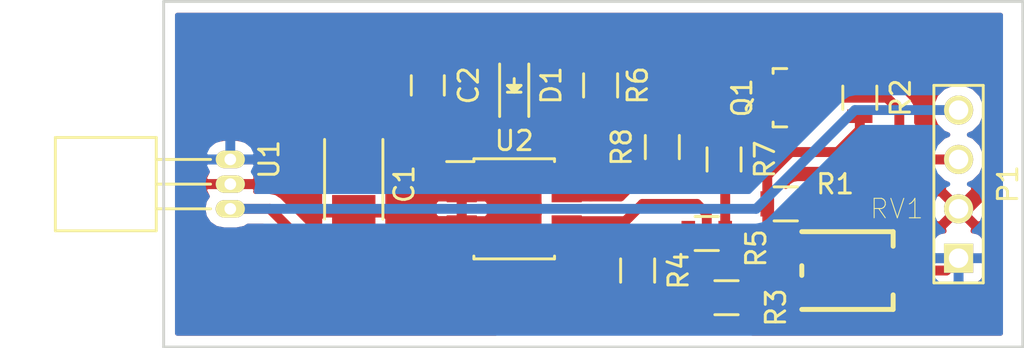
<source format=kicad_pcb>
(kicad_pcb (version 4) (host pcbnew 4.0.1-stable)

  (general
    (links 31)
    (no_connects 0)
    (area 109.16 93.396999 162.265 112.05)
    (thickness 1.6)
    (drawings 5)
    (tracks 125)
    (zones 0)
    (modules 16)
    (nets 13)
  )

  (page A4)
  (layers
    (0 F.Cu signal)
    (31 B.Cu signal)
    (32 B.Adhes user)
    (33 F.Adhes user)
    (34 B.Paste user)
    (35 F.Paste user)
    (36 B.SilkS user)
    (37 F.SilkS user)
    (38 B.Mask user)
    (39 F.Mask user)
    (40 Dwgs.User user)
    (41 Cmts.User user)
    (42 Eco1.User user)
    (43 Eco2.User user)
    (44 Edge.Cuts user)
    (45 Margin user)
    (46 B.CrtYd user)
    (47 F.CrtYd user)
    (48 B.Fab user)
    (49 F.Fab user)
  )

  (setup
    (last_trace_width 0.25)
    (user_trace_width 0.381)
    (user_trace_width 0.508)
    (trace_clearance 0.2)
    (zone_clearance 0.508)
    (zone_45_only no)
    (trace_min 0.2)
    (segment_width 0.2)
    (edge_width 0.15)
    (via_size 0.6)
    (via_drill 0.4)
    (via_min_size 0.4)
    (via_min_drill 0.3)
    (user_via 1.016 0.762)
    (uvia_size 0.3)
    (uvia_drill 0.1)
    (uvias_allowed no)
    (uvia_min_size 0.2)
    (uvia_min_drill 0.1)
    (pcb_text_width 0.3)
    (pcb_text_size 1.5 1.5)
    (mod_edge_width 0.15)
    (mod_text_size 0.000001 0.000001)
    (mod_text_width 0.15)
    (pad_size 1.4 1.4)
    (pad_drill 0.6)
    (pad_to_mask_clearance 0.2)
    (aux_axis_origin 0 0)
    (visible_elements FFFFFF7F)
    (pcbplotparams
      (layerselection 0x010ff_80000001)
      (usegerberextensions true)
      (excludeedgelayer true)
      (linewidth 0.100000)
      (plotframeref false)
      (viasonmask false)
      (mode 1)
      (useauxorigin false)
      (hpglpennumber 1)
      (hpglpenspeed 20)
      (hpglpendiameter 15)
      (hpglpenoverlay 2)
      (psnegative false)
      (psa4output false)
      (plotreference true)
      (plotvalue true)
      (plotinvisibletext false)
      (padsonsilk false)
      (subtractmaskfromsilk false)
      (outputformat 1)
      (mirror false)
      (drillshape 0)
      (scaleselection 1)
      (outputdirectory gerbers/))
  )

  (net 0 "")
  (net 1 /GND)
  (net 2 /+5V)
  (net 3 "Net-(D1-Pad2)")
  (net 4 /STOP)
  (net 5 /SIG)
  (net 6 "Net-(Q1-Pad1)")
  (net 7 "Net-(R1-Pad1)")
  (net 8 "Net-(R1-Pad2)")
  (net 9 "Net-(R3-Pad2)")
  (net 10 "Net-(R5-Pad1)")
  (net 11 "Net-(RV1-Pad1)")
  (net 12 "Net-(U2-Pad1)")

  (net_class Default "This is the default net class."
    (clearance 0.2)
    (trace_width 0.25)
    (via_dia 0.6)
    (via_drill 0.4)
    (uvia_dia 0.3)
    (uvia_drill 0.1)
    (add_net /+5V)
    (add_net /GND)
    (add_net /SIG)
    (add_net /STOP)
    (add_net "Net-(D1-Pad2)")
    (add_net "Net-(Q1-Pad1)")
    (add_net "Net-(R1-Pad1)")
    (add_net "Net-(R1-Pad2)")
    (add_net "Net-(R3-Pad2)")
    (add_net "Net-(R5-Pad1)")
    (add_net "Net-(RV1-Pad1)")
    (add_net "Net-(U2-Pad1)")
  )

  (module Capacitors_Tantalum_SMD:TantalC_SizeB_EIA-3528_Reflow (layer F.Cu) (tedit 56F6DE26) (tstamp 56F6DE26)
    (at 127.635 102.87 270)
    (descr "Tantal Cap. , Size B, EIA-3528, Reflow")
    (tags "Tantal Capacitor Size-B EIA-3528 Reflow")
    (path /56F4B292)
    (attr smd)
    (fp_text reference C1 (at 0 -2.6 270) (layer F.SilkS)
      (effects (font (size 1 1) (thickness 0.15)))
    )
    (fp_text value 10u/16v (at 0 2.7 270) (layer F.Fab) hide
      (effects (font (size 1 1) (thickness 0.15)))
    )
    (fp_line (start 2.7 -1.8) (end -2.7 -1.8) (layer F.CrtYd) (width 0.05))
    (fp_line (start -2.7 -1.8) (end -2.7 1.8) (layer F.CrtYd) (width 0.05))
    (fp_line (start -2.7 1.8) (end 2.7 1.8) (layer F.CrtYd) (width 0.05))
    (fp_line (start 2.7 1.8) (end 2.7 -1.8) (layer F.CrtYd) (width 0.05))
    (fp_line (start 1.8 1.5) (end -2.3 1.5) (layer F.SilkS) (width 0.15))
    (fp_line (start 1.8 -1.5) (end -2.3 -1.5) (layer F.SilkS) (width 0.15))
    (pad 2 smd rect (at 1.46 0 270) (size 1.8 2.23) (layers F.Cu F.Paste F.Mask)
      (net 1 /GND))
    (pad 1 smd rect (at -1.46 0 270) (size 1.8 2.23) (layers F.Cu F.Paste F.Mask)
      (net 2 /+5V))
    (model Capacitors_Tantalum_SMD.3dshapes/TantalC_SizeB_EIA-3528_Reflow.wrl
      (at (xyz 0 0 0))
      (scale (xyz 1 1 1))
      (rotate (xyz 0 0 180))
    )
  )

  (module Capacitors_SMD:C_0805 (layer F.Cu) (tedit 56F6DE23) (tstamp 56F6DE32)
    (at 131.445 97.79 270)
    (descr "Capacitor SMD 0805, reflow soldering, AVX (see smccp.pdf)")
    (tags "capacitor 0805")
    (path /56F4B1EB)
    (attr smd)
    (fp_text reference C2 (at 0 -2.1 270) (layer F.SilkS)
      (effects (font (size 1 1) (thickness 0.15)))
    )
    (fp_text value 100nf (at 0 2.1 270) (layer F.Fab) hide
      (effects (font (size 1 1) (thickness 0.15)))
    )
    (fp_line (start -1.8 -1) (end 1.8 -1) (layer F.CrtYd) (width 0.05))
    (fp_line (start -1.8 1) (end 1.8 1) (layer F.CrtYd) (width 0.05))
    (fp_line (start -1.8 -1) (end -1.8 1) (layer F.CrtYd) (width 0.05))
    (fp_line (start 1.8 -1) (end 1.8 1) (layer F.CrtYd) (width 0.05))
    (fp_line (start 0.5 -0.85) (end -0.5 -0.85) (layer F.SilkS) (width 0.15))
    (fp_line (start -0.5 0.85) (end 0.5 0.85) (layer F.SilkS) (width 0.15))
    (pad 1 smd rect (at -1 0 270) (size 1 1.25) (layers F.Cu F.Paste F.Mask)
      (net 2 /+5V))
    (pad 2 smd rect (at 1 0 270) (size 1 1.25) (layers F.Cu F.Paste F.Mask)
      (net 1 /GND))
    (model Capacitors_SMD.3dshapes/C_0805.wrl
      (at (xyz 0 0 0))
      (scale (xyz 1 1 1))
      (rotate (xyz 0 0 0))
    )
  )

  (module LEDs:LED_0805 (layer F.Cu) (tedit 56F6DEA6) (tstamp 56F6DE45)
    (at 135.89 97.79 90)
    (descr "LED 0805 smd package")
    (tags "LED 0805 SMD")
    (path /56F4B36A)
    (attr smd)
    (fp_text reference D1 (at 0 1.905 90) (layer F.SilkS)
      (effects (font (size 1 1) (thickness 0.15)))
    )
    (fp_text value LED (at 0 1.75 90) (layer F.Fab) hide
      (effects (font (size 1 1) (thickness 0.15)))
    )
    (fp_line (start -1.6 0.75) (end 1.1 0.75) (layer F.SilkS) (width 0.15))
    (fp_line (start -1.6 -0.75) (end 1.1 -0.75) (layer F.SilkS) (width 0.15))
    (fp_line (start -0.1 0.15) (end -0.1 -0.1) (layer F.SilkS) (width 0.15))
    (fp_line (start -0.1 -0.1) (end -0.25 0.05) (layer F.SilkS) (width 0.15))
    (fp_line (start -0.35 -0.35) (end -0.35 0.35) (layer F.SilkS) (width 0.15))
    (fp_line (start 0 0) (end 0.35 0) (layer F.SilkS) (width 0.15))
    (fp_line (start -0.35 0) (end 0 -0.35) (layer F.SilkS) (width 0.15))
    (fp_line (start 0 -0.35) (end 0 0.35) (layer F.SilkS) (width 0.15))
    (fp_line (start 0 0.35) (end -0.35 0) (layer F.SilkS) (width 0.15))
    (fp_line (start 1.9 -0.95) (end 1.9 0.95) (layer F.CrtYd) (width 0.05))
    (fp_line (start 1.9 0.95) (end -1.9 0.95) (layer F.CrtYd) (width 0.05))
    (fp_line (start -1.9 0.95) (end -1.9 -0.95) (layer F.CrtYd) (width 0.05))
    (fp_line (start -1.9 -0.95) (end 1.9 -0.95) (layer F.CrtYd) (width 0.05))
    (pad 2 smd rect (at 1.04902 0 270) (size 1.19888 1.19888) (layers F.Cu F.Paste F.Mask)
      (net 3 "Net-(D1-Pad2)"))
    (pad 1 smd rect (at -1.04902 0 270) (size 1.19888 1.19888) (layers F.Cu F.Paste F.Mask)
      (net 1 /GND))
    (model LEDs.3dshapes/LED_0805.wrl
      (at (xyz 0 0 0))
      (scale (xyz 1 1 1))
      (rotate (xyz 0 0 0))
    )
  )

  (module RMC_pcb_header:pin_header_2.54mm_1x4 (layer F.Cu) (tedit 56F6DE40) (tstamp 56F6DE51)
    (at 158.75 102.87 90)
    (path /56F4B2F8)
    (fp_text reference P1 (at 0 2.54 90) (layer F.SilkS)
      (effects (font (size 1 1) (thickness 0.15)))
    )
    (fp_text value CONN_01X04 (at 0 -2.54 90) (layer F.SilkS) hide
      (effects (font (size 1 1) (thickness 0.15)))
    )
    (fp_line (start 5.08 -1.27) (end -5.08 -1.27) (layer F.SilkS) (width 0.15))
    (fp_line (start -5.08 -1.27) (end -5.08 1.27) (layer F.SilkS) (width 0.15))
    (fp_line (start -5.08 1.27) (end 5.08 1.27) (layer F.SilkS) (width 0.15))
    (fp_line (start 5.08 1.27) (end 5.08 -1.27) (layer F.SilkS) (width 0.15))
    (pad 1 thru_hole rect (at -3.81 0 90) (size 1.5 1.5) (drill 1) (layers *.Cu *.Mask F.SilkS)
      (net 2 /+5V))
    (pad 2 thru_hole circle (at -1.27 0 90) (size 1.5 1.5) (drill 1) (layers *.Cu *.Mask F.SilkS)
      (net 1 /GND))
    (pad 3 thru_hole circle (at 1.27 0 90) (size 1.5 1.5) (drill 1) (layers *.Cu *.Mask F.SilkS)
      (net 4 /STOP))
    (pad 4 thru_hole circle (at 3.81 0 90) (size 1.5 1.5) (drill 1) (layers *.Cu *.Mask F.SilkS)
      (net 5 /SIG))
    (model ../KiCAD_Libraries/packages3d/rmc/connectors/pin_header_2.54mm_1x4.wrl
      (at (xyz 0 0 0))
      (scale (xyz 1 1 1))
      (rotate (xyz 0 0 0))
    )
  )

  (module TO_SOT_Packages_SMD:SOT-23 (layer F.Cu) (tedit 56F6DE51) (tstamp 56F6DE61)
    (at 149.86 98.425 90)
    (descr "SOT-23, Standard")
    (tags SOT-23)
    (path /56F4B3E4)
    (attr smd)
    (fp_text reference Q1 (at 0 -2.25 90) (layer F.SilkS)
      (effects (font (size 1 1) (thickness 0.15)))
    )
    (fp_text value BC848 (at 0 2.3 90) (layer F.Fab) hide
      (effects (font (size 1 1) (thickness 0.15)))
    )
    (fp_line (start -1.65 -1.6) (end 1.65 -1.6) (layer F.CrtYd) (width 0.05))
    (fp_line (start 1.65 -1.6) (end 1.65 1.6) (layer F.CrtYd) (width 0.05))
    (fp_line (start 1.65 1.6) (end -1.65 1.6) (layer F.CrtYd) (width 0.05))
    (fp_line (start -1.65 1.6) (end -1.65 -1.6) (layer F.CrtYd) (width 0.05))
    (fp_line (start 1.29916 -0.65024) (end 1.2509 -0.65024) (layer F.SilkS) (width 0.15))
    (fp_line (start -1.49982 0.0508) (end -1.49982 -0.65024) (layer F.SilkS) (width 0.15))
    (fp_line (start -1.49982 -0.65024) (end -1.2509 -0.65024) (layer F.SilkS) (width 0.15))
    (fp_line (start 1.29916 -0.65024) (end 1.49982 -0.65024) (layer F.SilkS) (width 0.15))
    (fp_line (start 1.49982 -0.65024) (end 1.49982 0.0508) (layer F.SilkS) (width 0.15))
    (pad 1 smd rect (at -0.95 1.00076 90) (size 0.8001 0.8001) (layers F.Cu F.Paste F.Mask)
      (net 6 "Net-(Q1-Pad1)"))
    (pad 2 smd rect (at 0.95 1.00076 90) (size 0.8001 0.8001) (layers F.Cu F.Paste F.Mask)
      (net 1 /GND))
    (pad 3 smd rect (at 0 -0.99822 90) (size 0.8001 0.8001) (layers F.Cu F.Paste F.Mask)
      (net 4 /STOP))
    (model TO_SOT_Packages_SMD.3dshapes/SOT-23.wrl
      (at (xyz 0 0 0))
      (scale (xyz 1 1 1))
      (rotate (xyz 0 0 0))
    )
  )

  (module Resistors_SMD:R_0805 (layer F.Cu) (tedit 56F6E49E) (tstamp 56F6DE6D)
    (at 149.86 103.886)
    (descr "Resistor SMD 0805, reflow soldering, Vishay (see dcrcw.pdf)")
    (tags "resistor 0805")
    (path /56F4AF7B)
    (attr smd)
    (fp_text reference R1 (at 2.54 -1.016) (layer F.SilkS)
      (effects (font (size 1 1) (thickness 0.15)))
    )
    (fp_text value 10k (at 0 2.1) (layer F.Fab) hide
      (effects (font (size 1 1) (thickness 0.15)))
    )
    (fp_line (start -1.6 -1) (end 1.6 -1) (layer F.CrtYd) (width 0.05))
    (fp_line (start -1.6 1) (end 1.6 1) (layer F.CrtYd) (width 0.05))
    (fp_line (start -1.6 -1) (end -1.6 1) (layer F.CrtYd) (width 0.05))
    (fp_line (start 1.6 -1) (end 1.6 1) (layer F.CrtYd) (width 0.05))
    (fp_line (start 0.6 0.875) (end -0.6 0.875) (layer F.SilkS) (width 0.15))
    (fp_line (start -0.6 -0.875) (end 0.6 -0.875) (layer F.SilkS) (width 0.15))
    (pad 1 smd rect (at -0.95 0) (size 0.7 1.3) (layers F.Cu F.Paste F.Mask)
      (net 7 "Net-(R1-Pad1)"))
    (pad 2 smd rect (at 0.95 0) (size 0.7 1.3) (layers F.Cu F.Paste F.Mask)
      (net 8 "Net-(R1-Pad2)"))
    (model Resistors_SMD.3dshapes/R_0805.wrl
      (at (xyz 0 0 0))
      (scale (xyz 1 1 1))
      (rotate (xyz 0 0 0))
    )
  )

  (module Resistors_SMD:R_0805 (layer F.Cu) (tedit 56F6DE4B) (tstamp 56F6DE79)
    (at 153.67 98.425 270)
    (descr "Resistor SMD 0805, reflow soldering, Vishay (see dcrcw.pdf)")
    (tags "resistor 0805")
    (path /56F4B016)
    (attr smd)
    (fp_text reference R2 (at 0 -2.1 270) (layer F.SilkS)
      (effects (font (size 1 1) (thickness 0.15)))
    )
    (fp_text value 22k (at 0 2.1 270) (layer F.Fab) hide
      (effects (font (size 1 1) (thickness 0.15)))
    )
    (fp_line (start -1.6 -1) (end 1.6 -1) (layer F.CrtYd) (width 0.05))
    (fp_line (start -1.6 1) (end 1.6 1) (layer F.CrtYd) (width 0.05))
    (fp_line (start -1.6 -1) (end -1.6 1) (layer F.CrtYd) (width 0.05))
    (fp_line (start 1.6 -1) (end 1.6 1) (layer F.CrtYd) (width 0.05))
    (fp_line (start 0.6 0.875) (end -0.6 0.875) (layer F.SilkS) (width 0.15))
    (fp_line (start -0.6 -0.875) (end 0.6 -0.875) (layer F.SilkS) (width 0.15))
    (pad 1 smd rect (at -0.95 0 270) (size 0.7 1.3) (layers F.Cu F.Paste F.Mask)
      (net 1 /GND))
    (pad 2 smd rect (at 0.95 0 270) (size 0.7 1.3) (layers F.Cu F.Paste F.Mask)
      (net 7 "Net-(R1-Pad1)"))
    (model Resistors_SMD.3dshapes/R_0805.wrl
      (at (xyz 0 0 0))
      (scale (xyz 1 1 1))
      (rotate (xyz 0 0 0))
    )
  )

  (module Resistors_SMD:R_0805 (layer F.Cu) (tedit 56F6E2C1) (tstamp 56F6DE85)
    (at 146.812 108.712 180)
    (descr "Resistor SMD 0805, reflow soldering, Vishay (see dcrcw.pdf)")
    (tags "resistor 0805")
    (path /56F4AF9F)
    (attr smd)
    (fp_text reference R3 (at -2.54 -0.508 270) (layer F.SilkS)
      (effects (font (size 1 1) (thickness 0.15)))
    )
    (fp_text value 560R (at 0 2.1 180) (layer F.Fab) hide
      (effects (font (size 1 1) (thickness 0.15)))
    )
    (fp_line (start -1.6 -1) (end 1.6 -1) (layer F.CrtYd) (width 0.05))
    (fp_line (start -1.6 1) (end 1.6 1) (layer F.CrtYd) (width 0.05))
    (fp_line (start -1.6 -1) (end -1.6 1) (layer F.CrtYd) (width 0.05))
    (fp_line (start 1.6 -1) (end 1.6 1) (layer F.CrtYd) (width 0.05))
    (fp_line (start 0.6 0.875) (end -0.6 0.875) (layer F.SilkS) (width 0.15))
    (fp_line (start -0.6 -0.875) (end 0.6 -0.875) (layer F.SilkS) (width 0.15))
    (pad 1 smd rect (at -0.95 0 180) (size 0.7 1.3) (layers F.Cu F.Paste F.Mask)
      (net 5 /SIG))
    (pad 2 smd rect (at 0.95 0 180) (size 0.7 1.3) (layers F.Cu F.Paste F.Mask)
      (net 9 "Net-(R3-Pad2)"))
    (model Resistors_SMD.3dshapes/R_0805.wrl
      (at (xyz 0 0 0))
      (scale (xyz 1 1 1))
      (rotate (xyz 0 0 0))
    )
  )

  (module Resistors_SMD:R_0805 (layer F.Cu) (tedit 56F6DE34) (tstamp 56F6DE91)
    (at 142.24 107.315 270)
    (descr "Resistor SMD 0805, reflow soldering, Vishay (see dcrcw.pdf)")
    (tags "resistor 0805")
    (path /56F4B051)
    (attr smd)
    (fp_text reference R4 (at 0 -2.1 270) (layer F.SilkS)
      (effects (font (size 1 1) (thickness 0.15)))
    )
    (fp_text value 10k (at 0 2.1 270) (layer F.Fab) hide
      (effects (font (size 1 1) (thickness 0.15)))
    )
    (fp_line (start -1.6 -1) (end 1.6 -1) (layer F.CrtYd) (width 0.05))
    (fp_line (start -1.6 1) (end 1.6 1) (layer F.CrtYd) (width 0.05))
    (fp_line (start -1.6 -1) (end -1.6 1) (layer F.CrtYd) (width 0.05))
    (fp_line (start 1.6 -1) (end 1.6 1) (layer F.CrtYd) (width 0.05))
    (fp_line (start 0.6 0.875) (end -0.6 0.875) (layer F.SilkS) (width 0.15))
    (fp_line (start -0.6 -0.875) (end 0.6 -0.875) (layer F.SilkS) (width 0.15))
    (pad 1 smd rect (at -0.95 0 270) (size 0.7 1.3) (layers F.Cu F.Paste F.Mask)
      (net 9 "Net-(R3-Pad2)"))
    (pad 2 smd rect (at 0.95 0 270) (size 0.7 1.3) (layers F.Cu F.Paste F.Mask)
      (net 1 /GND))
    (model Resistors_SMD.3dshapes/R_0805.wrl
      (at (xyz 0 0 0))
      (scale (xyz 1 1 1))
      (rotate (xyz 0 0 0))
    )
  )

  (module Resistors_SMD:R_0805 (layer F.Cu) (tedit 56F6E4BD) (tstamp 56F6DE9D)
    (at 145.796 105.41 180)
    (descr "Resistor SMD 0805, reflow soldering, Vishay (see dcrcw.pdf)")
    (tags "resistor 0805")
    (path /56F4B081)
    (attr smd)
    (fp_text reference R5 (at -2.54 -0.762 270) (layer F.SilkS)
      (effects (font (size 1 1) (thickness 0.15)))
    )
    (fp_text value 1m (at 0 2.1 180) (layer F.Fab) hide
      (effects (font (size 1 1) (thickness 0.15)))
    )
    (fp_line (start -1.6 -1) (end 1.6 -1) (layer F.CrtYd) (width 0.05))
    (fp_line (start -1.6 1) (end 1.6 1) (layer F.CrtYd) (width 0.05))
    (fp_line (start -1.6 -1) (end -1.6 1) (layer F.CrtYd) (width 0.05))
    (fp_line (start 1.6 -1) (end 1.6 1) (layer F.CrtYd) (width 0.05))
    (fp_line (start 0.6 0.875) (end -0.6 0.875) (layer F.SilkS) (width 0.15))
    (fp_line (start -0.6 -0.875) (end 0.6 -0.875) (layer F.SilkS) (width 0.15))
    (pad 1 smd rect (at -0.95 0 180) (size 0.7 1.3) (layers F.Cu F.Paste F.Mask)
      (net 10 "Net-(R5-Pad1)"))
    (pad 2 smd rect (at 0.95 0 180) (size 0.7 1.3) (layers F.Cu F.Paste F.Mask)
      (net 9 "Net-(R3-Pad2)"))
    (model Resistors_SMD.3dshapes/R_0805.wrl
      (at (xyz 0 0 0))
      (scale (xyz 1 1 1))
      (rotate (xyz 0 0 0))
    )
  )

  (module Resistors_SMD:R_0805 (layer F.Cu) (tedit 56F6DEB5) (tstamp 56F6DEA9)
    (at 140.335 97.79 90)
    (descr "Resistor SMD 0805, reflow soldering, Vishay (see dcrcw.pdf)")
    (tags "resistor 0805")
    (path /56F4B0CF)
    (attr smd)
    (fp_text reference R6 (at 0 1.905 90) (layer F.SilkS)
      (effects (font (size 1 1) (thickness 0.15)))
    )
    (fp_text value 560R (at 0 2.1 90) (layer F.Fab) hide
      (effects (font (size 1 1) (thickness 0.15)))
    )
    (fp_line (start -1.6 -1) (end 1.6 -1) (layer F.CrtYd) (width 0.05))
    (fp_line (start -1.6 1) (end 1.6 1) (layer F.CrtYd) (width 0.05))
    (fp_line (start -1.6 -1) (end -1.6 1) (layer F.CrtYd) (width 0.05))
    (fp_line (start 1.6 -1) (end 1.6 1) (layer F.CrtYd) (width 0.05))
    (fp_line (start 0.6 0.875) (end -0.6 0.875) (layer F.SilkS) (width 0.15))
    (fp_line (start -0.6 -0.875) (end 0.6 -0.875) (layer F.SilkS) (width 0.15))
    (pad 1 smd rect (at -0.95 0 90) (size 0.7 1.3) (layers F.Cu F.Paste F.Mask)
      (net 10 "Net-(R5-Pad1)"))
    (pad 2 smd rect (at 0.95 0 90) (size 0.7 1.3) (layers F.Cu F.Paste F.Mask)
      (net 3 "Net-(D1-Pad2)"))
    (model Resistors_SMD.3dshapes/R_0805.wrl
      (at (xyz 0 0 0))
      (scale (xyz 1 1 1))
      (rotate (xyz 0 0 0))
    )
  )

  (module Resistors_SMD:R_0805 (layer F.Cu) (tedit 56F6DE58) (tstamp 56F6DEB5)
    (at 146.685 101.6 270)
    (descr "Resistor SMD 0805, reflow soldering, Vishay (see dcrcw.pdf)")
    (tags "resistor 0805")
    (path /56F4B132)
    (attr smd)
    (fp_text reference R7 (at 0 -2.1 270) (layer F.SilkS)
      (effects (font (size 1 1) (thickness 0.15)))
    )
    (fp_text value 1k (at 0 2.1 270) (layer F.Fab) hide
      (effects (font (size 1 1) (thickness 0.15)))
    )
    (fp_line (start -1.6 -1) (end 1.6 -1) (layer F.CrtYd) (width 0.05))
    (fp_line (start -1.6 1) (end 1.6 1) (layer F.CrtYd) (width 0.05))
    (fp_line (start -1.6 -1) (end -1.6 1) (layer F.CrtYd) (width 0.05))
    (fp_line (start 1.6 -1) (end 1.6 1) (layer F.CrtYd) (width 0.05))
    (fp_line (start 0.6 0.875) (end -0.6 0.875) (layer F.SilkS) (width 0.15))
    (fp_line (start -0.6 -0.875) (end 0.6 -0.875) (layer F.SilkS) (width 0.15))
    (pad 1 smd rect (at -0.95 0 270) (size 0.7 1.3) (layers F.Cu F.Paste F.Mask)
      (net 6 "Net-(Q1-Pad1)"))
    (pad 2 smd rect (at 0.95 0 270) (size 0.7 1.3) (layers F.Cu F.Paste F.Mask)
      (net 10 "Net-(R5-Pad1)"))
    (model Resistors_SMD.3dshapes/R_0805.wrl
      (at (xyz 0 0 0))
      (scale (xyz 1 1 1))
      (rotate (xyz 0 0 0))
    )
  )

  (module Resistors_SMD:R_0805 (layer F.Cu) (tedit 56F6DE55) (tstamp 56F6DEC1)
    (at 143.51 100.965 90)
    (descr "Resistor SMD 0805, reflow soldering, Vishay (see dcrcw.pdf)")
    (tags "resistor 0805")
    (path /56F4B199)
    (attr smd)
    (fp_text reference R8 (at 0 -2.1 90) (layer F.SilkS)
      (effects (font (size 1 1) (thickness 0.15)))
    )
    (fp_text value 10k (at 0 2.1 90) (layer F.Fab) hide
      (effects (font (size 1 1) (thickness 0.15)))
    )
    (fp_line (start -1.6 -1) (end 1.6 -1) (layer F.CrtYd) (width 0.05))
    (fp_line (start -1.6 1) (end 1.6 1) (layer F.CrtYd) (width 0.05))
    (fp_line (start -1.6 -1) (end -1.6 1) (layer F.CrtYd) (width 0.05))
    (fp_line (start 1.6 -1) (end 1.6 1) (layer F.CrtYd) (width 0.05))
    (fp_line (start 0.6 0.875) (end -0.6 0.875) (layer F.SilkS) (width 0.15))
    (fp_line (start -0.6 -0.875) (end 0.6 -0.875) (layer F.SilkS) (width 0.15))
    (pad 1 smd rect (at -0.95 0 90) (size 0.7 1.3) (layers F.Cu F.Paste F.Mask)
      (net 2 /+5V))
    (pad 2 smd rect (at 0.95 0 90) (size 0.7 1.3) (layers F.Cu F.Paste F.Mask)
      (net 4 /STOP))
    (model Resistors_SMD.3dshapes/R_0805.wrl
      (at (xyz 0 0 0))
      (scale (xyz 1 1 1))
      (rotate (xyz 0 0 0))
    )
  )

  (module TC33X-2-103E:35WR (layer F.Cu) (tedit 56F6DF63) (tstamp 56F6DED1)
    (at 153.035 107.315 270)
    (path /56F4AF2F)
    (solder_mask_margin 0.1)
    (attr smd)
    (fp_text reference RV1 (at -3.175 -2.54 360) (layer F.SilkS)
      (effects (font (size 1 1) (thickness 0.05)))
    )
    (fp_text value 10K (at 3.81 -0.635 360) (layer F.SilkS) hide
      (effects (font (size 1 1) (thickness 0.05)))
    )
    (fp_line (start 2 -2.35) (end -2 -2.35) (layer Dwgs.User) (width 0.254))
    (fp_line (start -2 -2.35) (end -2 2.35) (layer Dwgs.User) (width 0.254))
    (fp_line (start -2 2.35) (end 2 2.35) (layer Dwgs.User) (width 0.254))
    (fp_line (start 2 2.35) (end 2 -2.35) (layer Dwgs.User) (width 0.254))
    (fp_line (start 1.25 -2.35) (end 2 -2.35) (layer F.SilkS) (width 0.254))
    (fp_line (start 2 -2.35) (end 2 2.35) (layer F.SilkS) (width 0.254))
    (fp_line (start -2 2.35) (end -2 -2.35) (layer F.SilkS) (width 0.254))
    (fp_line (start -2 -2.35) (end -1.25 -2.35) (layer F.SilkS) (width 0.254))
    (fp_line (start 0.25 2.35) (end -0.25 2.35) (layer F.SilkS) (width 0.254))
    (pad 1 smd rect (at -1 1.6 270) (size 1.2 1.2) (layers F.Cu F.Paste F.Mask)
      (net 11 "Net-(RV1-Pad1)") (solder_mask_margin 0.2))
    (pad 3 smd rect (at 1 1.6 270) (size 1.2 1.2) (layers F.Cu F.Paste F.Mask)
      (net 8 "Net-(R1-Pad2)") (solder_mask_margin 0.2))
    (pad 2 smd rect (at 0 -1.65 270) (size 1.6 1.5) (layers F.Cu F.Paste F.Mask)
      (net 2 /+5V) (solder_mask_margin 0.2))
    (model Potentiometers.3dshapes/AB2_POT_TRIM.wrl
      (at (xyz 0 0 0))
      (scale (xyz 0.4 0.4 0.4))
      (rotate (xyz 0 0 0))
    )
  )

  (module TO_SOT_Packages_THT:TO-92_Horizontal1_Inline_Narrow_Oval (layer F.Cu) (tedit 54F2408C) (tstamp 56F6DEE3)
    (at 121.285 101.6 270)
    (descr "TO-92 horizontal, leads in-line, narrow, oval pads, drill 0.6mm (see NXP sot054_po.pdf)")
    (tags "to-92 sc-43 sc-43a sot54 PA33 transistor")
    (path /56F4AE5E)
    (fp_text reference U1 (at 0 -2 450) (layer F.SilkS)
      (effects (font (size 1 1) (thickness 0.15)))
    )
    (fp_text value ss495b (at 0 11 450) (layer F.Fab)
      (effects (font (size 1 1) (thickness 0.15)))
    )
    (fp_line (start 0 1.016) (end 0 3.81) (layer F.SilkS) (width 0.15))
    (fp_line (start 1.27 1.016) (end 1.27 3.81) (layer F.SilkS) (width 0.15))
    (fp_line (start 2.54 1.016) (end 2.54 3.81) (layer F.SilkS) (width 0.15))
    (fp_line (start -1.13 3.81) (end 3.67 3.81) (layer F.SilkS) (width 0.15))
    (fp_line (start 3.67 3.81) (end 3.67 9) (layer F.SilkS) (width 0.15))
    (fp_line (start 3.67 9) (end -1.13 9) (layer F.SilkS) (width 0.15))
    (fp_line (start -1.13 9) (end -1.13 3.81) (layer F.SilkS) (width 0.15))
    (fp_line (start -1.4 9.25) (end -1.4 -1) (layer F.CrtYd) (width 0.05))
    (fp_line (start -1.4 9.25) (end 3.95 9.25) (layer F.CrtYd) (width 0.05))
    (fp_line (start 3.95 9.25) (end 3.95 -1) (layer F.CrtYd) (width 0.05))
    (fp_line (start -1.4 -1) (end 3.95 -1) (layer F.CrtYd) (width 0.05))
    (pad 2 thru_hole oval (at 1.27 0 90) (size 0.89916 1.50114) (drill 0.6) (layers *.Cu *.Mask F.SilkS)
      (net 1 /GND))
    (pad 3 thru_hole oval (at 2.54 0 90) (size 0.89916 1.50114) (drill 0.6) (layers *.Cu *.Mask F.SilkS)
      (net 5 /SIG))
    (pad 1 thru_hole oval (at 0 0 90) (size 0.89916 1.50114) (drill 0.6) (layers *.Cu *.Mask F.SilkS)
      (net 2 /+5V))
    (model TO_SOT_Packages_THT.3dshapes/TO-92_Horizontal1_Inline_Narrow_Oval.wrl
      (at (xyz 0.05 0 0))
      (scale (xyz 1 1 1))
      (rotate (xyz 0 0 -90))
    )
  )

  (module Housings_SOIC:SOIC-8_3.9x4.9mm_Pitch1.27mm (layer F.Cu) (tedit 56F6DE2F) (tstamp 56F6DEFA)
    (at 135.89 104.14)
    (descr "8-Lead Plastic Small Outline (SN) - Narrow, 3.90 mm Body [SOIC] (see Microchip Packaging Specification 00000049BS.pdf)")
    (tags "SOIC 1.27")
    (path /56F4C917)
    (attr smd)
    (fp_text reference U2 (at 0 -3.5) (layer F.SilkS)
      (effects (font (size 1 1) (thickness 0.15)))
    )
    (fp_text value LM258D (at 0 3.5) (layer F.Fab) hide
      (effects (font (size 1 1) (thickness 0.15)))
    )
    (fp_line (start -3.75 -2.75) (end -3.75 2.75) (layer F.CrtYd) (width 0.05))
    (fp_line (start 3.75 -2.75) (end 3.75 2.75) (layer F.CrtYd) (width 0.05))
    (fp_line (start -3.75 -2.75) (end 3.75 -2.75) (layer F.CrtYd) (width 0.05))
    (fp_line (start -3.75 2.75) (end 3.75 2.75) (layer F.CrtYd) (width 0.05))
    (fp_line (start -2.075 -2.575) (end -2.075 -2.43) (layer F.SilkS) (width 0.15))
    (fp_line (start 2.075 -2.575) (end 2.075 -2.43) (layer F.SilkS) (width 0.15))
    (fp_line (start 2.075 2.575) (end 2.075 2.43) (layer F.SilkS) (width 0.15))
    (fp_line (start -2.075 2.575) (end -2.075 2.43) (layer F.SilkS) (width 0.15))
    (fp_line (start -2.075 -2.575) (end 2.075 -2.575) (layer F.SilkS) (width 0.15))
    (fp_line (start -2.075 2.575) (end 2.075 2.575) (layer F.SilkS) (width 0.15))
    (fp_line (start -2.075 -2.43) (end -3.475 -2.43) (layer F.SilkS) (width 0.15))
    (pad 1 smd rect (at -2.7 -1.905) (size 1.55 0.6) (layers F.Cu F.Paste F.Mask)
      (net 12 "Net-(U2-Pad1)"))
    (pad 2 smd rect (at -2.7 -0.635) (size 1.55 0.6) (layers F.Cu F.Paste F.Mask)
      (net 1 /GND))
    (pad 3 smd rect (at -2.7 0.635) (size 1.55 0.6) (layers F.Cu F.Paste F.Mask)
      (net 1 /GND))
    (pad 4 smd rect (at -2.7 1.905) (size 1.55 0.6) (layers F.Cu F.Paste F.Mask)
      (net 1 /GND))
    (pad 5 smd rect (at 2.7 1.905) (size 1.55 0.6) (layers F.Cu F.Paste F.Mask)
      (net 9 "Net-(R3-Pad2)"))
    (pad 6 smd rect (at 2.7 0.635) (size 1.55 0.6) (layers F.Cu F.Paste F.Mask)
      (net 7 "Net-(R1-Pad1)"))
    (pad 7 smd rect (at 2.7 -0.635) (size 1.55 0.6) (layers F.Cu F.Paste F.Mask)
      (net 10 "Net-(R5-Pad1)"))
    (pad 8 smd rect (at 2.7 -1.905) (size 1.55 0.6) (layers F.Cu F.Paste F.Mask)
      (net 2 /+5V))
    (model Housings_SOIC.3dshapes/SOIC-8_3.9x4.9mm_Pitch1.27mm.wrl
      (at (xyz 0 0 0))
      (scale (xyz 1 1 1))
      (rotate (xyz 0 0 0))
    )
  )

  (gr_line (start 162.052 93.472) (end 162.052 94.488) (angle 90) (layer Edge.Cuts) (width 0.15))
  (gr_line (start 117.856 93.472) (end 162.052 93.472) (angle 90) (layer Edge.Cuts) (width 0.15))
  (gr_line (start 117.856 111.252) (end 117.856 93.472) (angle 90) (layer Edge.Cuts) (width 0.15))
  (gr_line (start 162.052 111.252) (end 117.856 111.252) (angle 90) (layer Edge.Cuts) (width 0.15))
  (gr_line (start 162.052 94.488) (end 162.052 111.252) (angle 90) (layer Edge.Cuts) (width 0.15))

  (segment (start 129.667 104.267) (end 130.937 104.267) (width 0.508) (layer F.Cu) (net 1))
  (segment (start 130.937 104.267) (end 131.445 104.775) (width 0.508) (layer F.Cu) (net 1) (tstamp 56F6E6B2))
  (segment (start 121.285 102.87) (end 119.888 102.87) (width 0.508) (layer F.Cu) (net 1))
  (segment (start 133.858 95.504) (end 134.112 95.758) (width 0.508) (layer F.Cu) (net 1) (tstamp 56F6E665))
  (segment (start 129.667 95.504) (end 133.858 95.504) (width 0.508) (layer F.Cu) (net 1) (tstamp 56F6E664))
  (segment (start 125.73 99.441) (end 129.667 95.504) (width 0.508) (layer F.Cu) (net 1) (tstamp 56F6E662))
  (segment (start 121.158 99.441) (end 125.73 99.441) (width 0.508) (layer F.Cu) (net 1) (tstamp 56F6E661))
  (segment (start 119.634 100.965) (end 121.158 99.441) (width 0.508) (layer F.Cu) (net 1) (tstamp 56F6E65F))
  (segment (start 119.634 102.616) (end 119.634 100.965) (width 0.508) (layer F.Cu) (net 1) (tstamp 56F6E65D))
  (segment (start 119.888 102.87) (end 119.634 102.616) (width 0.508) (layer F.Cu) (net 1) (tstamp 56F6E65C))
  (segment (start 153.67 97.475) (end 156.779 97.475) (width 0.508) (layer F.Cu) (net 1))
  (segment (start 160.528 102.87) (end 159.258 104.14) (width 0.508) (layer F.Cu) (net 1) (tstamp 56F6E5BA))
  (segment (start 160.528 97.536) (end 160.528 102.87) (width 0.508) (layer F.Cu) (net 1) (tstamp 56F6E5B9))
  (segment (start 160.274 97.282) (end 160.528 97.536) (width 0.508) (layer F.Cu) (net 1) (tstamp 56F6E5B8))
  (segment (start 156.972 97.282) (end 160.274 97.282) (width 0.508) (layer F.Cu) (net 1) (tstamp 56F6E5B7))
  (segment (start 156.779 97.475) (end 156.972 97.282) (width 0.508) (layer F.Cu) (net 1) (tstamp 56F6E5B6))
  (segment (start 159.258 104.14) (end 158.75 104.14) (width 0.508) (layer F.Cu) (net 1) (tstamp 56F6E5BB))
  (segment (start 135.89 98.83902) (end 134.90702 98.83902) (width 0.508) (layer F.Cu) (net 1))
  (segment (start 134.90702 98.83902) (end 134.112 98.044) (width 0.508) (layer F.Cu) (net 1) (tstamp 56F6E594))
  (segment (start 134.112 98.044) (end 134.112 95.758) (width 0.508) (layer F.Cu) (net 1) (tstamp 56F6E595))
  (segment (start 148.38176 94.996) (end 150.86076 97.475) (width 0.508) (layer F.Cu) (net 1) (tstamp 56F6E598))
  (segment (start 134.112 95.758) (end 134.874 94.996) (width 0.508) (layer F.Cu) (net 1) (tstamp 56F6E596))
  (segment (start 134.874 94.996) (end 148.38176 94.996) (width 0.508) (layer F.Cu) (net 1) (tstamp 56F6E597))
  (segment (start 121.285 102.87) (end 124.46 102.87) (width 0.508) (layer F.Cu) (net 1))
  (segment (start 124.46 102.87) (end 125.92 104.33) (width 0.508) (layer F.Cu) (net 1) (tstamp 56F6E4CF))
  (segment (start 125.92 104.33) (end 127.635 104.33) (width 0.508) (layer F.Cu) (net 1) (tstamp 56F6E4D0))
  (segment (start 142.24 108.265) (end 140.777 108.265) (width 0.508) (layer F.Cu) (net 1))
  (segment (start 134.587 107.442) (end 133.19 106.045) (width 0.508) (layer F.Cu) (net 1) (tstamp 56F6E4C2))
  (segment (start 139.954 107.442) (end 134.587 107.442) (width 0.508) (layer F.Cu) (net 1) (tstamp 56F6E4C1))
  (segment (start 140.777 108.265) (end 139.954 107.442) (width 0.508) (layer F.Cu) (net 1) (tstamp 56F6E4C0))
  (segment (start 133.19 104.775) (end 131.445 104.775) (width 0.508) (layer F.Cu) (net 1))
  (segment (start 135.89 98.83902) (end 131.49402 98.83902) (width 0.508) (layer F.Cu) (net 1))
  (segment (start 129.667 104.267) (end 129.604 104.33) (width 0.508) (layer F.Cu) (net 1) (tstamp 56F6E6B0))
  (segment (start 129.604 104.33) (end 127.635 104.33) (width 0.508) (layer F.Cu) (net 1) (tstamp 56F6E4BA))
  (segment (start 133.19 103.505) (end 133.19 104.775) (width 0.508) (layer F.Cu) (net 1))
  (segment (start 133.19 104.775) (end 133.19 106.045) (width 0.508) (layer F.Cu) (net 1) (tstamp 56F6E4B4))
  (segment (start 150.86076 97.475) (end 153.67 97.475) (width 0.508) (layer F.Cu) (net 1))
  (segment (start 121.285 101.6) (end 120.015 101.6) (width 0.508) (layer B.Cu) (net 2))
  (segment (start 121.539 106.68) (end 158.75 106.68) (width 0.508) (layer B.Cu) (net 2) (tstamp 56F6E6DB))
  (segment (start 119.507 104.648) (end 121.539 106.68) (width 0.508) (layer B.Cu) (net 2) (tstamp 56F6E6DA))
  (segment (start 119.507 102.108) (end 119.507 104.648) (width 0.508) (layer B.Cu) (net 2) (tstamp 56F6E6D8))
  (segment (start 120.015 101.6) (end 119.507 102.108) (width 0.508) (layer B.Cu) (net 2) (tstamp 56F6E6D6))
  (segment (start 138.59 102.235) (end 136.906 102.235) (width 0.508) (layer F.Cu) (net 2))
  (segment (start 135.255 100.584) (end 128.461 100.584) (width 0.508) (layer F.Cu) (net 2) (tstamp 56F6E652))
  (segment (start 136.906 102.235) (end 135.255 100.584) (width 0.508) (layer F.Cu) (net 2) (tstamp 56F6E64F))
  (segment (start 128.461 100.584) (end 127.635 101.41) (width 0.508) (layer F.Cu) (net 2) (tstamp 56F6E654))
  (segment (start 154.685 107.315) (end 154.685 104.012) (width 0.508) (layer F.Cu) (net 2))
  (segment (start 121.285 101.6) (end 127.445 101.6) (width 0.508) (layer F.Cu) (net 2))
  (segment (start 127.445 101.6) (end 127.635 101.41) (width 0.508) (layer F.Cu) (net 2) (tstamp 56F6E4CC))
  (segment (start 131.445 96.79) (end 130.286 96.79) (width 0.508) (layer F.Cu) (net 2))
  (segment (start 127.635 99.441) (end 127.635 101.41) (width 0.508) (layer F.Cu) (net 2) (tstamp 56F6E4C9))
  (segment (start 130.286 96.79) (end 127.635 99.441) (width 0.508) (layer F.Cu) (net 2) (tstamp 56F6E4C8))
  (segment (start 138.59 102.235) (end 138.59 100.744) (width 0.508) (layer F.Cu) (net 2))
  (segment (start 141.732 98.044) (end 141.732 101.346) (width 0.508) (layer F.Cu) (net 2) (tstamp 56F6E4A7))
  (segment (start 141.732 101.346) (end 142.301 101.915) (width 0.508) (layer F.Cu) (net 2) (tstamp 56F6E4A8))
  (segment (start 142.301 101.915) (end 143.51 101.915) (width 0.508) (layer F.Cu) (net 2) (tstamp 56F6E4A9))
  (segment (start 141.478 97.79) (end 141.732 98.044) (width 0.508) (layer F.Cu) (net 2) (tstamp 56F6E4A6))
  (segment (start 139.192 97.79) (end 141.478 97.79) (width 0.508) (layer F.Cu) (net 2) (tstamp 56F6E4A5))
  (segment (start 138.176 98.806) (end 139.192 97.79) (width 0.508) (layer F.Cu) (net 2) (tstamp 56F6E4A4))
  (segment (start 138.176 100.33) (end 138.176 98.806) (width 0.508) (layer F.Cu) (net 2) (tstamp 56F6E4A3))
  (segment (start 138.59 100.744) (end 138.176 100.33) (width 0.508) (layer F.Cu) (net 2) (tstamp 56F6E4A2))
  (segment (start 154.685 107.315) (end 158.115 107.315) (width 0.508) (layer F.Cu) (net 2))
  (segment (start 158.115 107.315) (end 158.75 106.68) (width 0.508) (layer F.Cu) (net 2) (tstamp 56F6E3E8))
  (segment (start 135.89 96.74098) (end 140.23598 96.74098) (width 0.508) (layer F.Cu) (net 3))
  (segment (start 140.23598 96.74098) (end 140.335 96.84) (width 0.508) (layer F.Cu) (net 3) (tstamp 56F6E4C5))
  (segment (start 148.86178 98.425) (end 155.067 98.425) (width 0.508) (layer F.Cu) (net 4))
  (segment (start 157.226 101.6) (end 158.75 101.6) (width 0.508) (layer F.Cu) (net 4) (tstamp 56F6E5F6))
  (segment (start 155.702 100.076) (end 157.226 101.6) (width 0.508) (layer F.Cu) (net 4) (tstamp 56F6E5F2))
  (segment (start 155.702 99.06) (end 155.702 100.076) (width 0.508) (layer F.Cu) (net 4) (tstamp 56F6E5F0))
  (segment (start 155.067 98.425) (end 155.702 99.06) (width 0.508) (layer F.Cu) (net 4) (tstamp 56F6E5EA))
  (segment (start 143.51 100.015) (end 144.968 100.015) (width 0.508) (layer F.Cu) (net 4))
  (segment (start 146.558 98.425) (end 148.86178 98.425) (width 0.508) (layer F.Cu) (net 4) (tstamp 56F6E5E3))
  (segment (start 144.968 100.015) (end 146.558 98.425) (width 0.508) (layer F.Cu) (net 4) (tstamp 56F6E5E1))
  (segment (start 158.75 99.06) (end 153.416 99.06) (width 0.508) (layer B.Cu) (net 5))
  (segment (start 148.336 104.14) (end 121.285 104.14) (width 0.508) (layer B.Cu) (net 5) (tstamp 56F6E6D1))
  (segment (start 153.416 99.06) (end 148.336 104.14) (width 0.508) (layer B.Cu) (net 5) (tstamp 56F6E6CA))
  (segment (start 121.285 104.14) (end 123.317 104.14) (width 0.508) (layer F.Cu) (net 5))
  (segment (start 147.762 109.667) (end 147.762 108.712) (width 0.508) (layer F.Cu) (net 5) (tstamp 56F6E619))
  (segment (start 147.066 110.363) (end 147.762 109.667) (width 0.508) (layer F.Cu) (net 5) (tstamp 56F6E617))
  (segment (start 136.017 110.363) (end 147.066 110.363) (width 0.508) (layer F.Cu) (net 5) (tstamp 56F6E613))
  (segment (start 133.35 107.696) (end 136.017 110.363) (width 0.508) (layer F.Cu) (net 5) (tstamp 56F6E612))
  (segment (start 126.873 107.696) (end 133.35 107.696) (width 0.508) (layer F.Cu) (net 5) (tstamp 56F6E610))
  (segment (start 123.317 104.14) (end 126.873 107.696) (width 0.508) (layer F.Cu) (net 5) (tstamp 56F6E60D))
  (segment (start 146.685 100.65) (end 149.58576 100.65) (width 0.508) (layer F.Cu) (net 6))
  (segment (start 149.58576 100.65) (end 150.86076 99.375) (width 0.508) (layer F.Cu) (net 6) (tstamp 56F6E4AC))
  (segment (start 148.91 103.886) (end 148.91 102.423) (width 0.508) (layer F.Cu) (net 7))
  (segment (start 153.67 100.076) (end 153.67 99.375) (width 0.508) (layer F.Cu) (net 7) (tstamp 56F6E69F))
  (segment (start 152.527 101.219) (end 153.67 100.076) (width 0.508) (layer F.Cu) (net 7) (tstamp 56F6E69E))
  (segment (start 150.114 101.219) (end 152.527 101.219) (width 0.508) (layer F.Cu) (net 7) (tstamp 56F6E69C))
  (segment (start 148.91 102.423) (end 150.114 101.219) (width 0.508) (layer F.Cu) (net 7) (tstamp 56F6E69B))
  (segment (start 138.59 104.775) (end 141.605 104.775) (width 0.508) (layer F.Cu) (net 7))
  (segment (start 148.91 106.36) (end 148.91 103.886) (width 0.508) (layer F.Cu) (net 7) (tstamp 56F6E56F))
  (segment (start 148.336 106.934) (end 148.91 106.36) (width 0.508) (layer F.Cu) (net 7) (tstamp 56F6E56E))
  (segment (start 146.05 106.934) (end 148.336 106.934) (width 0.508) (layer F.Cu) (net 7) (tstamp 56F6E56D))
  (segment (start 145.796 106.68) (end 146.05 106.934) (width 0.508) (layer F.Cu) (net 7) (tstamp 56F6E56C))
  (segment (start 145.796 104.394) (end 145.796 106.68) (width 0.508) (layer F.Cu) (net 7) (tstamp 56F6E56B))
  (segment (start 145.288 103.886) (end 145.796 104.394) (width 0.508) (layer F.Cu) (net 7) (tstamp 56F6E56A))
  (segment (start 142.494 103.886) (end 145.288 103.886) (width 0.508) (layer F.Cu) (net 7) (tstamp 56F6E569))
  (segment (start 141.605 104.775) (end 142.494 103.886) (width 0.508) (layer F.Cu) (net 7) (tstamp 56F6E568))
  (segment (start 150.81 103.886) (end 151.638 103.886) (width 0.508) (layer F.Cu) (net 8))
  (segment (start 151.638 103.886) (end 151.638 103.82) (width 0.508) (layer F.Cu) (net 8) (tstamp 56F6E53D))
  (segment (start 151.13 103.82) (end 151.638 103.82) (width 0.508) (layer F.Cu) (net 8))
  (segment (start 151.638 103.82) (end 152.08 103.82) (width 0.508) (layer F.Cu) (net 8) (tstamp 56F6E53E))
  (segment (start 152.289 108.315) (end 151.435 108.315) (width 0.508) (layer F.Cu) (net 8) (tstamp 56F6E3E5))
  (segment (start 152.908 107.696) (end 152.289 108.315) (width 0.25) (layer F.Cu) (net 8) (tstamp 56F6E3E4))
  (segment (start 152.908 104.648) (end 152.908 107.696) (width 0.508) (layer F.Cu) (net 8) (tstamp 56F6E3E3))
  (segment (start 152.08 103.82) (end 152.908 104.648) (width 0.508) (layer F.Cu) (net 8) (tstamp 56F6E3E2))
  (segment (start 142.24 106.365) (end 143.891 106.365) (width 0.508) (layer F.Cu) (net 9))
  (segment (start 143.891 106.365) (end 144.846 105.41) (width 0.508) (layer F.Cu) (net 9) (tstamp 56F6E578))
  (segment (start 144.846 105.41) (end 144.846 107.696) (width 0.508) (layer F.Cu) (net 9))
  (segment (start 144.846 107.696) (end 145.862 108.712) (width 0.508) (layer F.Cu) (net 9) (tstamp 56F6E575))
  (segment (start 142.433 106.172) (end 142.24 106.365) (width 0.508) (layer F.Cu) (net 9) (tstamp 56F6E4AF))
  (segment (start 142.24 106.365) (end 138.91 106.365) (width 0.508) (layer F.Cu) (net 9))
  (segment (start 138.91 106.365) (end 138.59 106.045) (width 0.508) (layer F.Cu) (net 9) (tstamp 56F6E3F9))
  (segment (start 146.746 105.41) (end 146.746 102.611) (width 0.508) (layer F.Cu) (net 10))
  (segment (start 146.746 102.611) (end 146.685 102.55) (width 0.508) (layer F.Cu) (net 10) (tstamp 56F6E572))
  (segment (start 139.827 103.505) (end 141.351 103.505) (width 0.508) (layer F.Cu) (net 10))
  (segment (start 146.111 103.124) (end 146.685 102.55) (width 0.508) (layer F.Cu) (net 10) (tstamp 56F6E409))
  (segment (start 141.732 103.124) (end 146.111 103.124) (width 0.508) (layer F.Cu) (net 10) (tstamp 56F6E408))
  (segment (start 141.351 103.505) (end 141.732 103.124) (width 0.508) (layer F.Cu) (net 10) (tstamp 56F6E407))
  (segment (start 138.59 103.505) (end 139.827 103.505) (width 0.508) (layer F.Cu) (net 10))
  (segment (start 140.335 100.711) (end 140.335 98.74) (width 0.508) (layer F.Cu) (net 10) (tstamp 56F6E3F5))
  (segment (start 140.716 101.092) (end 140.335 100.711) (width 0.508) (layer F.Cu) (net 10) (tstamp 56F6E3F4))
  (segment (start 140.716 102.616) (end 140.716 101.092) (width 0.508) (layer F.Cu) (net 10) (tstamp 56F6E3F3))
  (segment (start 139.827 103.505) (end 140.716 102.616) (width 0.508) (layer F.Cu) (net 10) (tstamp 56F6E3F2))

  (zone (net 1) (net_name /GND) (layer F.Cu) (tstamp 56F6EA5F) (hatch edge 0.508)
    (connect_pads (clearance 0.508))
    (min_thickness 0.254)
    (fill yes (arc_segments 16) (thermal_gap 0.508) (thermal_bridge_width 0.508))
    (polygon
      (pts
        (xy 161.036 110.744) (xy 118.364 110.744) (xy 118.364 93.98) (xy 161.036 93.98) (xy 161.036 110.744)
      )
    )
    (filled_polygon
      (pts
        (xy 160.909 110.542) (xy 148.144236 110.542) (xy 148.390618 110.295618) (xy 148.58333 110.007205) (xy 148.642318 109.71065)
        (xy 148.708431 109.61389) (xy 148.75944 109.362) (xy 148.75944 108.062) (xy 148.715162 107.826683) (xy 148.670037 107.756556)
        (xy 148.676206 107.755329) (xy 148.964618 107.562618) (xy 149.538618 106.988618) (xy 149.73133 106.700205) (xy 149.799 106.36)
        (xy 149.799 104.871943) (xy 149.856431 104.78789) (xy 149.859081 104.774803) (xy 149.99591 104.987441) (xy 150.20811 105.132431)
        (xy 150.46 105.18344) (xy 150.48841 105.18344) (xy 150.383559 105.25091) (xy 150.238569 105.46311) (xy 150.18756 105.715)
        (xy 150.18756 106.915) (xy 150.231838 107.150317) (xy 150.338759 107.316477) (xy 150.238569 107.46311) (xy 150.18756 107.715)
        (xy 150.18756 108.915) (xy 150.231838 109.150317) (xy 150.37091 109.366441) (xy 150.58311 109.511431) (xy 150.835 109.56244)
        (xy 152.035 109.56244) (xy 152.270317 109.518162) (xy 152.486441 109.37909) (xy 152.631431 109.16689) (xy 152.638936 109.129827)
        (xy 152.917618 108.943618) (xy 153.401955 108.459281) (xy 153.47091 108.566441) (xy 153.68311 108.711431) (xy 153.935 108.76244)
        (xy 155.435 108.76244) (xy 155.670317 108.718162) (xy 155.886441 108.57909) (xy 156.031431 108.36689) (xy 156.064417 108.204)
        (xy 158.115 108.204) (xy 158.455206 108.136329) (xy 158.543339 108.07744) (xy 159.5 108.07744) (xy 159.735317 108.033162)
        (xy 159.951441 107.89409) (xy 160.096431 107.68189) (xy 160.14744 107.43) (xy 160.14744 105.93) (xy 160.103162 105.694683)
        (xy 159.96409 105.478559) (xy 159.75189 105.333569) (xy 159.5 105.28256) (xy 159.493647 105.28256) (xy 159.541912 105.111517)
        (xy 158.75 104.319605) (xy 157.958088 105.111517) (xy 158.006353 105.28256) (xy 158 105.28256) (xy 157.764683 105.326838)
        (xy 157.548559 105.46591) (xy 157.403569 105.67811) (xy 157.35256 105.93) (xy 157.35256 106.426) (xy 156.065693 106.426)
        (xy 156.038162 106.279683) (xy 155.89909 106.063559) (xy 155.68689 105.918569) (xy 155.574 105.895708) (xy 155.574 104.012)
        (xy 155.558718 103.935171) (xy 157.352799 103.935171) (xy 157.38077 104.485448) (xy 157.53754 104.863923) (xy 157.778483 104.931912)
        (xy 158.570395 104.14) (xy 158.929605 104.14) (xy 159.721517 104.931912) (xy 159.96246 104.863923) (xy 160.147201 104.344829)
        (xy 160.11923 103.794552) (xy 159.96246 103.416077) (xy 159.721517 103.348088) (xy 158.929605 104.14) (xy 158.570395 104.14)
        (xy 157.778483 103.348088) (xy 157.53754 103.416077) (xy 157.352799 103.935171) (xy 155.558718 103.935171) (xy 155.506329 103.671794)
        (xy 155.313618 103.383382) (xy 155.025206 103.190671) (xy 154.685 103.123) (xy 154.344794 103.190671) (xy 154.056382 103.383382)
        (xy 153.863671 103.671794) (xy 153.796 104.012) (xy 153.796 104.642973) (xy 153.729329 104.307794) (xy 153.536618 104.019382)
        (xy 152.708618 103.191382) (xy 152.649514 103.15189) (xy 152.420206 102.998671) (xy 152.08 102.931) (xy 151.718322 102.931)
        (xy 151.62409 102.784559) (xy 151.41189 102.639569) (xy 151.16 102.58856) (xy 150.46 102.58856) (xy 150.224683 102.632838)
        (xy 150.008559 102.77191) (xy 149.863569 102.98411) (xy 149.860919 102.997197) (xy 149.799 102.900972) (xy 149.799 102.791236)
        (xy 150.482236 102.108) (xy 152.527 102.108) (xy 152.867206 102.040329) (xy 153.155618 101.847618) (xy 154.298618 100.704618)
        (xy 154.379212 100.584) (xy 154.491329 100.416206) (xy 154.507035 100.337247) (xy 154.555317 100.328162) (xy 154.771441 100.18909)
        (xy 154.821052 100.116481) (xy 154.880671 100.416206) (xy 154.992788 100.584) (xy 155.073382 100.704618) (xy 156.597382 102.228618)
        (xy 156.885794 102.421329) (xy 157.226 102.489) (xy 157.68047 102.489) (xy 157.964436 102.773461) (xy 158.180979 102.863377)
        (xy 158.026077 102.92754) (xy 157.958088 103.168483) (xy 158.75 103.960395) (xy 159.541912 103.168483) (xy 159.473923 102.92754)
        (xy 159.307379 102.868268) (xy 159.533515 102.774831) (xy 159.923461 102.385564) (xy 160.134759 101.876702) (xy 160.13524 101.325715)
        (xy 159.924831 100.816485) (xy 159.535564 100.426539) (xy 159.30313 100.330024) (xy 159.533515 100.234831) (xy 159.923461 99.845564)
        (xy 160.134759 99.336702) (xy 160.13524 98.785715) (xy 159.924831 98.276485) (xy 159.535564 97.886539) (xy 159.026702 97.675241)
        (xy 158.475715 97.67476) (xy 157.966485 97.885169) (xy 157.576539 98.274436) (xy 157.365241 98.783298) (xy 157.36476 99.334285)
        (xy 157.575169 99.843515) (xy 157.964436 100.233461) (xy 158.19687 100.329976) (xy 157.966485 100.425169) (xy 157.680155 100.711)
        (xy 157.594236 100.711) (xy 156.591 99.707764) (xy 156.591 99.06) (xy 156.541746 98.812382) (xy 156.52333 98.719795)
        (xy 156.330618 98.431382) (xy 155.695618 97.796382) (xy 155.642291 97.76075) (xy 155.407206 97.603671) (xy 155.067 97.536)
        (xy 149.671024 97.536) (xy 149.51372 97.428519) (xy 149.26183 97.37751) (xy 148.46173 97.37751) (xy 148.226413 97.421788)
        (xy 148.048923 97.536) (xy 146.558 97.536) (xy 146.217795 97.60367) (xy 145.929382 97.796382) (xy 144.599764 99.126)
        (xy 144.495943 99.126) (xy 144.41189 99.068569) (xy 144.16 99.01756) (xy 142.86 99.01756) (xy 142.624683 99.061838)
        (xy 142.621 99.064208) (xy 142.621 98.044) (xy 142.553329 97.703794) (xy 142.360618 97.415382) (xy 142.106618 97.161382)
        (xy 141.986596 97.081186) (xy 141.818206 96.968671) (xy 141.717508 96.948641) (xy 149.82571 96.948641) (xy 149.82571 97.18925)
        (xy 149.98446 97.348) (xy 150.73376 97.348) (xy 150.73376 96.5987) (xy 150.98776 96.5987) (xy 150.98776 97.348)
        (xy 151.73706 97.348) (xy 151.89581 97.18925) (xy 151.89581 96.998691) (xy 152.385 96.998691) (xy 152.385 97.18925)
        (xy 152.54375 97.348) (xy 153.543 97.348) (xy 153.543 96.64875) (xy 153.797 96.64875) (xy 153.797 97.348)
        (xy 154.79625 97.348) (xy 154.955 97.18925) (xy 154.955 96.998691) (xy 154.858327 96.765302) (xy 154.679699 96.586673)
        (xy 154.44631 96.49) (xy 153.95575 96.49) (xy 153.797 96.64875) (xy 153.543 96.64875) (xy 153.38425 96.49)
        (xy 152.89369 96.49) (xy 152.660301 96.586673) (xy 152.481673 96.765302) (xy 152.385 96.998691) (xy 151.89581 96.998691)
        (xy 151.89581 96.948641) (xy 151.799137 96.715252) (xy 151.620509 96.536623) (xy 151.38712 96.43995) (xy 151.14651 96.43995)
        (xy 150.98776 96.5987) (xy 150.73376 96.5987) (xy 150.57501 96.43995) (xy 150.3344 96.43995) (xy 150.101011 96.536623)
        (xy 149.922383 96.715252) (xy 149.82571 96.948641) (xy 141.717508 96.948641) (xy 141.63244 96.93172) (xy 141.63244 96.49)
        (xy 141.588162 96.254683) (xy 141.44909 96.038559) (xy 141.23689 95.893569) (xy 140.985 95.84256) (xy 139.685 95.84256)
        (xy 139.634937 95.85198) (xy 137.057698 95.85198) (xy 136.95353 95.690099) (xy 136.74133 95.545109) (xy 136.48944 95.4941)
        (xy 135.29056 95.4941) (xy 135.055243 95.538378) (xy 134.839119 95.67745) (xy 134.694129 95.88965) (xy 134.64312 96.14154)
        (xy 134.64312 97.34042) (xy 134.687398 97.575737) (xy 134.82647 97.791861) (xy 134.834659 97.797456) (xy 134.752233 97.879882)
        (xy 134.65556 98.113271) (xy 134.65556 98.55327) (xy 134.81431 98.71202) (xy 135.763 98.71202) (xy 135.763 98.69202)
        (xy 136.017 98.69202) (xy 136.017 98.71202) (xy 136.96569 98.71202) (xy 137.12444 98.55327) (xy 137.12444 98.113271)
        (xy 137.027767 97.879882) (xy 136.945555 97.797669) (xy 137.060132 97.62998) (xy 138.094784 97.62998) (xy 137.547382 98.177382)
        (xy 137.354671 98.465794) (xy 137.287 98.806) (xy 137.287 100.33) (xy 137.354671 100.670206) (xy 137.452412 100.816485)
        (xy 137.547382 100.958618) (xy 137.701 101.112236) (xy 137.701 101.309011) (xy 137.579683 101.331838) (xy 137.557675 101.346)
        (xy 137.274236 101.346) (xy 136.001696 100.07346) (xy 136.017002 100.07346) (xy 136.017002 99.914712) (xy 136.17575 100.07346)
        (xy 136.61575 100.07346) (xy 136.849139 99.976787) (xy 137.027767 99.798158) (xy 137.12444 99.564769) (xy 137.12444 99.12477)
        (xy 136.96569 98.96602) (xy 136.017 98.96602) (xy 136.017 98.98602) (xy 135.763 98.98602) (xy 135.763 98.96602)
        (xy 134.81431 98.96602) (xy 134.65556 99.12477) (xy 134.65556 99.564769) (xy 134.709504 99.695) (xy 132.563025 99.695)
        (xy 132.608327 99.649698) (xy 132.705 99.416309) (xy 132.705 99.07575) (xy 132.54625 98.917) (xy 131.572 98.917)
        (xy 131.572 98.937) (xy 131.318 98.937) (xy 131.318 98.917) (xy 130.34375 98.917) (xy 130.185 99.07575)
        (xy 130.185 99.416309) (xy 130.281673 99.649698) (xy 130.326975 99.695) (xy 128.638236 99.695) (xy 130.195928 98.137308)
        (xy 130.185 98.163691) (xy 130.185 98.50425) (xy 130.34375 98.663) (xy 131.318 98.663) (xy 131.318 98.643)
        (xy 131.572 98.643) (xy 131.572 98.663) (xy 132.54625 98.663) (xy 132.705 98.50425) (xy 132.705 98.163691)
        (xy 132.608327 97.930302) (xy 132.46709 97.789064) (xy 132.521441 97.75409) (xy 132.666431 97.54189) (xy 132.71744 97.29)
        (xy 132.71744 96.29) (xy 132.673162 96.054683) (xy 132.53409 95.838559) (xy 132.32189 95.693569) (xy 132.07 95.64256)
        (xy 130.82 95.64256) (xy 130.584683 95.686838) (xy 130.368559 95.82591) (xy 130.317252 95.901) (xy 130.286 95.901)
        (xy 129.945794 95.968671) (xy 129.730746 96.112362) (xy 129.657382 96.161382) (xy 127.006382 98.812382) (xy 126.813671 99.100794)
        (xy 126.746 99.441) (xy 126.746 99.86256) (xy 126.52 99.86256) (xy 126.284683 99.906838) (xy 126.068559 100.04591)
        (xy 125.923569 100.25811) (xy 125.87256 100.51) (xy 125.87256 100.711) (xy 122.197334 100.711) (xy 122.028186 100.597979)
        (xy 121.613135 100.51542) (xy 120.956865 100.51542) (xy 120.541814 100.597979) (xy 120.189951 100.833086) (xy 119.954844 101.184949)
        (xy 119.872285 101.6) (xy 119.954844 102.015051) (xy 120.104641 102.239238) (xy 119.940019 102.576065) (xy 120.066932 102.743)
        (xy 121.158 102.743) (xy 121.158 102.723) (xy 121.412 102.723) (xy 121.412 102.743) (xy 122.503068 102.743)
        (xy 122.629981 102.576065) (xy 122.587428 102.489) (xy 125.906241 102.489) (xy 125.916838 102.545317) (xy 126.05591 102.761441)
        (xy 126.213973 102.869441) (xy 126.160301 102.891673) (xy 125.981673 103.070302) (xy 125.885 103.303691) (xy 125.885 104.04425)
        (xy 126.04375 104.203) (xy 127.508 104.203) (xy 127.508 104.183) (xy 127.762 104.183) (xy 127.762 104.203)
        (xy 129.22625 104.203) (xy 129.385 104.04425) (xy 129.385 103.79075) (xy 131.78 103.79075) (xy 131.78 103.93131)
        (xy 131.866442 104.14) (xy 131.78 104.34869) (xy 131.78 104.48925) (xy 131.93875 104.648) (xy 133.063 104.648)
        (xy 133.063 103.632) (xy 133.317 103.632) (xy 133.317 104.648) (xy 134.44125 104.648) (xy 134.6 104.48925)
        (xy 134.6 104.34869) (xy 134.513558 104.14) (xy 134.6 103.93131) (xy 134.6 103.79075) (xy 134.44125 103.632)
        (xy 133.317 103.632) (xy 133.063 103.632) (xy 131.93875 103.632) (xy 131.78 103.79075) (xy 129.385 103.79075)
        (xy 129.385 103.303691) (xy 129.288327 103.070302) (xy 129.109699 102.891673) (xy 129.054344 102.868744) (xy 129.201441 102.77409)
        (xy 129.346431 102.56189) (xy 129.39744 102.31) (xy 129.39744 101.473) (xy 131.962131 101.473) (xy 131.818569 101.68311)
        (xy 131.76756 101.935) (xy 131.76756 102.535) (xy 131.811838 102.770317) (xy 131.870178 102.86098) (xy 131.78 103.07869)
        (xy 131.78 103.21925) (xy 131.93875 103.378) (xy 133.063 103.378) (xy 133.063 103.358) (xy 133.317 103.358)
        (xy 133.317 103.378) (xy 134.44125 103.378) (xy 134.6 103.21925) (xy 134.6 103.07869) (xy 134.510194 102.861878)
        (xy 134.561431 102.78689) (xy 134.61244 102.535) (xy 134.61244 101.935) (xy 134.568162 101.699683) (xy 134.42909 101.483559)
        (xy 134.413636 101.473) (xy 134.886764 101.473) (xy 136.277382 102.863618) (xy 136.565795 103.05633) (xy 136.906 103.124)
        (xy 137.183963 103.124) (xy 137.16756 103.205) (xy 137.16756 103.805) (xy 137.211838 104.040317) (xy 137.275678 104.139528)
        (xy 137.218569 104.22311) (xy 137.16756 104.475) (xy 137.16756 105.075) (xy 137.211838 105.310317) (xy 137.275678 105.409528)
        (xy 137.218569 105.49311) (xy 137.16756 105.745) (xy 137.16756 106.345) (xy 137.211838 106.580317) (xy 137.35091 106.796441)
        (xy 137.56311 106.941431) (xy 137.815 106.99244) (xy 138.280204 106.99244) (xy 138.281382 106.993618) (xy 138.569794 107.186329)
        (xy 138.91 107.254) (xy 141.254057 107.254) (xy 141.33811 107.311431) (xy 141.37149 107.318191) (xy 141.230301 107.376673)
        (xy 141.051673 107.555302) (xy 140.955 107.788691) (xy 140.955 107.97925) (xy 141.11375 108.138) (xy 142.113 108.138)
        (xy 142.113 108.118) (xy 142.367 108.118) (xy 142.367 108.138) (xy 143.36625 108.138) (xy 143.525 107.97925)
        (xy 143.525 107.788691) (xy 143.428327 107.555302) (xy 143.249699 107.376673) (xy 143.113713 107.320346) (xy 143.125317 107.318162)
        (xy 143.225028 107.254) (xy 143.891 107.254) (xy 143.957 107.240872) (xy 143.957 107.696) (xy 144.024671 108.036206)
        (xy 144.092688 108.138) (xy 144.217382 108.324618) (xy 144.86456 108.971796) (xy 144.86456 109.362) (xy 144.885634 109.474)
        (xy 136.385236 109.474) (xy 135.461986 108.55075) (xy 140.955 108.55075) (xy 140.955 108.741309) (xy 141.051673 108.974698)
        (xy 141.230301 109.153327) (xy 141.46369 109.25) (xy 141.95425 109.25) (xy 142.113 109.09125) (xy 142.113 108.392)
        (xy 142.367 108.392) (xy 142.367 109.09125) (xy 142.52575 109.25) (xy 143.01631 109.25) (xy 143.249699 109.153327)
        (xy 143.428327 108.974698) (xy 143.525 108.741309) (xy 143.525 108.55075) (xy 143.36625 108.392) (xy 142.367 108.392)
        (xy 142.113 108.392) (xy 141.11375 108.392) (xy 140.955 108.55075) (xy 135.461986 108.55075) (xy 133.978618 107.067382)
        (xy 133.908014 107.020206) (xy 133.847842 106.98) (xy 134.091309 106.98) (xy 134.324698 106.883327) (xy 134.503327 106.704699)
        (xy 134.6 106.47131) (xy 134.6 106.33075) (xy 134.44125 106.172) (xy 133.317 106.172) (xy 133.317 106.192)
        (xy 133.063 106.192) (xy 133.063 106.172) (xy 131.93875 106.172) (xy 131.78 106.33075) (xy 131.78 106.47131)
        (xy 131.876673 106.704699) (xy 131.978975 106.807) (xy 127.241236 106.807) (xy 126.232447 105.798211) (xy 126.39369 105.865)
        (xy 127.34925 105.865) (xy 127.508 105.70625) (xy 127.508 104.457) (xy 127.762 104.457) (xy 127.762 105.70625)
        (xy 127.92075 105.865) (xy 128.87631 105.865) (xy 129.109699 105.768327) (xy 129.288327 105.589698) (xy 129.385 105.356309)
        (xy 129.385 105.06075) (xy 131.78 105.06075) (xy 131.78 105.20131) (xy 131.866442 105.41) (xy 131.78 105.61869)
        (xy 131.78 105.75925) (xy 131.93875 105.918) (xy 133.063 105.918) (xy 133.063 104.902) (xy 133.317 104.902)
        (xy 133.317 105.918) (xy 134.44125 105.918) (xy 134.6 105.75925) (xy 134.6 105.61869) (xy 134.513558 105.41)
        (xy 134.6 105.20131) (xy 134.6 105.06075) (xy 134.44125 104.902) (xy 133.317 104.902) (xy 133.063 104.902)
        (xy 131.93875 104.902) (xy 131.78 105.06075) (xy 129.385 105.06075) (xy 129.385 104.61575) (xy 129.22625 104.457)
        (xy 127.762 104.457) (xy 127.508 104.457) (xy 126.04375 104.457) (xy 125.885 104.61575) (xy 125.885 105.356309)
        (xy 125.95179 105.517554) (xy 123.945618 103.511382) (xy 123.875014 103.464206) (xy 123.657206 103.318671) (xy 123.317 103.251)
        (xy 122.587428 103.251) (xy 122.629981 103.163935) (xy 122.503068 102.997) (xy 121.412 102.997) (xy 121.412 103.017)
        (xy 121.158 103.017) (xy 121.158 102.997) (xy 120.066932 102.997) (xy 119.940019 103.163935) (xy 120.104641 103.500762)
        (xy 119.954844 103.724949) (xy 119.872285 104.14) (xy 119.954844 104.555051) (xy 120.189951 104.906914) (xy 120.541814 105.142021)
        (xy 120.956865 105.22458) (xy 121.613135 105.22458) (xy 122.028186 105.142021) (xy 122.197334 105.029) (xy 122.948764 105.029)
        (xy 126.244382 108.324618) (xy 126.532794 108.517329) (xy 126.873 108.585) (xy 132.981764 108.585) (xy 134.938764 110.542)
        (xy 118.566 110.542) (xy 118.566 94.182) (xy 160.909 94.182)
      )
    )
  )
  (zone (net 2) (net_name /+5V) (layer B.Cu) (tstamp 56F6EA74) (hatch edge 0.508)
    (connect_pads (clearance 0.508))
    (min_thickness 0.254)
    (fill yes (arc_segments 16) (thermal_gap 0.508) (thermal_bridge_width 0.508))
    (polygon
      (pts
        (xy 161.036 110.744) (xy 118.364 110.744) (xy 118.364 93.98) (xy 161.036 93.98) (xy 161.036 110.744)
      )
    )
    (filled_polygon
      (pts
        (xy 160.909 110.542) (xy 118.566 110.542) (xy 118.566 106.96575) (xy 157.365 106.96575) (xy 157.365 107.556309)
        (xy 157.461673 107.789698) (xy 157.640301 107.968327) (xy 157.87369 108.065) (xy 158.46425 108.065) (xy 158.623 107.90625)
        (xy 158.623 106.807) (xy 158.877 106.807) (xy 158.877 107.90625) (xy 159.03575 108.065) (xy 159.62631 108.065)
        (xy 159.859699 107.968327) (xy 160.038327 107.789698) (xy 160.135 107.556309) (xy 160.135 106.96575) (xy 159.97625 106.807)
        (xy 158.877 106.807) (xy 158.623 106.807) (xy 157.52375 106.807) (xy 157.365 106.96575) (xy 118.566 106.96575)
        (xy 118.566 102.87) (xy 119.872285 102.87) (xy 119.954844 103.285051) (xy 120.101809 103.505) (xy 119.954844 103.724949)
        (xy 119.872285 104.14) (xy 119.954844 104.555051) (xy 120.189951 104.906914) (xy 120.541814 105.142021) (xy 120.956865 105.22458)
        (xy 121.613135 105.22458) (xy 122.028186 105.142021) (xy 122.197334 105.029) (xy 148.336 105.029) (xy 148.676206 104.961329)
        (xy 148.964618 104.768618) (xy 153.784236 99.949) (xy 157.68047 99.949) (xy 157.964436 100.233461) (xy 158.19687 100.329976)
        (xy 157.966485 100.425169) (xy 157.576539 100.814436) (xy 157.365241 101.323298) (xy 157.36476 101.874285) (xy 157.575169 102.383515)
        (xy 157.964436 102.773461) (xy 158.19687 102.869976) (xy 157.966485 102.965169) (xy 157.576539 103.354436) (xy 157.365241 103.863298)
        (xy 157.36476 104.414285) (xy 157.575169 104.923515) (xy 157.946007 105.295) (xy 157.87369 105.295) (xy 157.640301 105.391673)
        (xy 157.461673 105.570302) (xy 157.365 105.803691) (xy 157.365 106.39425) (xy 157.52375 106.553) (xy 158.623 106.553)
        (xy 158.623 106.533) (xy 158.877 106.533) (xy 158.877 106.553) (xy 159.97625 106.553) (xy 160.135 106.39425)
        (xy 160.135 105.803691) (xy 160.038327 105.570302) (xy 159.859699 105.391673) (xy 159.62631 105.295) (xy 159.553381 105.295)
        (xy 159.923461 104.925564) (xy 160.134759 104.416702) (xy 160.13524 103.865715) (xy 159.924831 103.356485) (xy 159.535564 102.966539)
        (xy 159.30313 102.870024) (xy 159.533515 102.774831) (xy 159.923461 102.385564) (xy 160.134759 101.876702) (xy 160.13524 101.325715)
        (xy 159.924831 100.816485) (xy 159.535564 100.426539) (xy 159.30313 100.330024) (xy 159.533515 100.234831) (xy 159.923461 99.845564)
        (xy 160.134759 99.336702) (xy 160.13524 98.785715) (xy 159.924831 98.276485) (xy 159.535564 97.886539) (xy 159.026702 97.675241)
        (xy 158.475715 97.67476) (xy 157.966485 97.885169) (xy 157.680155 98.171) (xy 153.416 98.171) (xy 153.075794 98.238671)
        (xy 152.787382 98.431382) (xy 147.967764 103.251) (xy 122.621929 103.251) (xy 122.697715 102.87) (xy 122.615156 102.454949)
        (xy 122.465359 102.230762) (xy 122.629981 101.893935) (xy 122.503068 101.727) (xy 121.412 101.727) (xy 121.412 101.747)
        (xy 121.158 101.747) (xy 121.158 101.727) (xy 120.066932 101.727) (xy 119.940019 101.893935) (xy 120.104641 102.230762)
        (xy 119.954844 102.454949) (xy 119.872285 102.87) (xy 118.566 102.87) (xy 118.566 101.306065) (xy 119.940019 101.306065)
        (xy 120.066932 101.473) (xy 121.158 101.473) (xy 121.158 100.51542) (xy 121.412 100.51542) (xy 121.412 101.473)
        (xy 122.503068 101.473) (xy 122.629981 101.306065) (xy 122.442706 100.922889) (xy 122.118373 100.64658) (xy 121.71299 100.51542)
        (xy 121.412 100.51542) (xy 121.158 100.51542) (xy 120.85701 100.51542) (xy 120.451627 100.64658) (xy 120.127294 100.922889)
        (xy 119.940019 101.306065) (xy 118.566 101.306065) (xy 118.566 94.182) (xy 160.909 94.182)
      )
    )
  )
)

</source>
